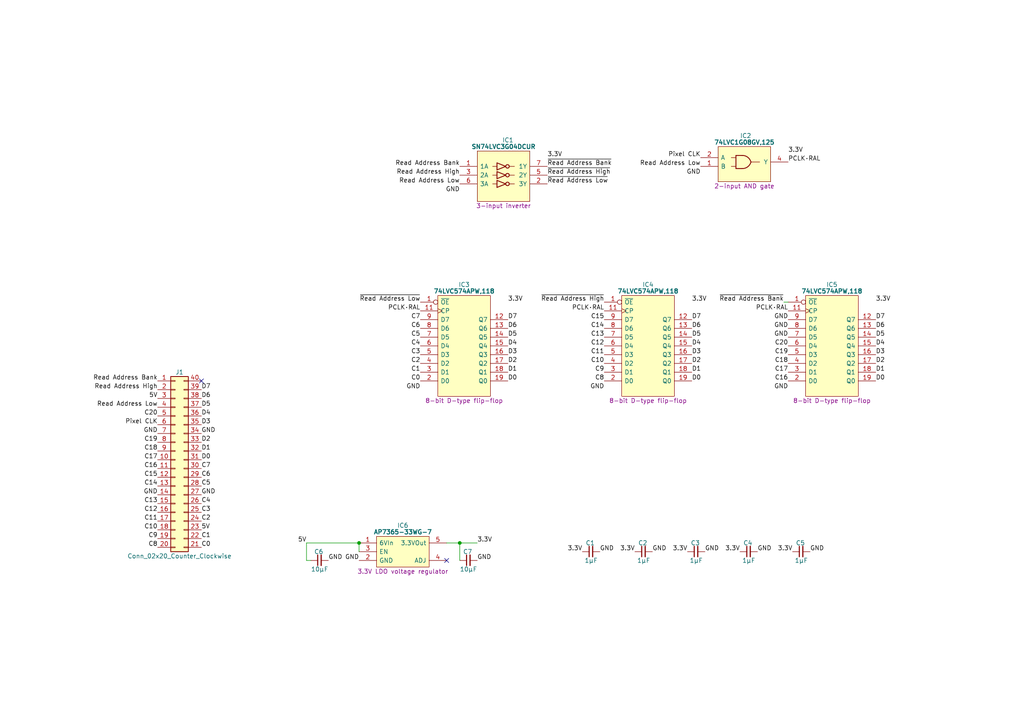
<source format=kicad_sch>
(kicad_sch (version 20231120) (generator "eeschema") (generator_version "8.0")
  (paper "A4")
  (title_block (title "Video Address Reader") (date "2024-01-25") (rev "V0"))
  (lib_symbols
    (symbol "Connector_Generic:Conn_02x20_Counter_Clockwise" (pin_names (offset 1.016) hide)
      (property "Reference" "J" (at 1.27 25.4 0))
      (property "Value" "Conn_02x20_Counter_Clockwise" (at 1.27 -27.94 0))
      (symbol "Conn_02x20_Counter_Clockwise_1_1"
        (rectangle (start -1.27 -25.273) (end 0 -25.527) (stroke (width 0.1524)))
        (rectangle (start -1.27 -22.733) (end 0 -22.987) (stroke (width 0.1524)))
        (rectangle (start -1.27 -20.193) (end 0 -20.447) (stroke (width 0.1524)))
        (rectangle (start -1.27 -17.653) (end 0 -17.907) (stroke (width 0.1524)))
        (rectangle (start -1.27 -15.113) (end 0 -15.367) (stroke (width 0.1524)))
        (rectangle (start -1.27 -12.573) (end 0 -12.827) (stroke (width 0.1524)))
        (rectangle (start -1.27 -10.033) (end 0 -10.287) (stroke (width 0.1524)))
        (rectangle (start -1.27 -7.493) (end 0 -7.747) (stroke (width 0.1524)))
        (rectangle (start -1.27 -4.953) (end 0 -5.207) (stroke (width 0.1524)))
        (rectangle (start -1.27 -2.413) (end 0 -2.667) (stroke (width 0.1524)))
        (rectangle (start -1.27 0.127) (end 0 -0.127) (stroke (width 0.1524)))
        (rectangle (start -1.27 2.667) (end 0 2.413) (stroke (width 0.1524)))
        (rectangle (start -1.27 5.207) (end 0 4.953) (stroke (width 0.1524)))
        (rectangle (start -1.27 7.747) (end 0 7.493) (stroke (width 0.1524)))
        (rectangle (start -1.27 10.287) (end 0 10.033) (stroke (width 0.1524)))
        (rectangle (start -1.27 12.827) (end 0 12.573) (stroke (width 0.1524)))
        (rectangle (start -1.27 15.367) (end 0 15.113) (stroke (width 0.1524)))
        (rectangle (start -1.27 17.907) (end 0 17.653) (stroke (width 0.1524)))
        (rectangle (start -1.27 20.447) (end 0 20.193) (stroke (width 0.1524)))
        (rectangle (start -1.27 22.987) (end 0 22.733) (stroke (width 0.1524)))
        (rectangle (start -1.27 24.13) (end 3.81 -26.67) (stroke (width 0.254)) (fill (type background)))
        (rectangle (start 3.81 -25.273) (end 2.54 -25.527) (stroke (width 0.1524)))
        (rectangle (start 3.81 -22.733) (end 2.54 -22.987) (stroke (width 0.1524)))
        (rectangle (start 3.81 -20.193) (end 2.54 -20.447) (stroke (width 0.1524)))
        (rectangle (start 3.81 -17.653) (end 2.54 -17.907) (stroke (width 0.1524)))
        (rectangle (start 3.81 -15.113) (end 2.54 -15.367) (stroke (width 0.1524)))
        (rectangle (start 3.81 -12.573) (end 2.54 -12.827) (stroke (width 0.1524)))
        (rectangle (start 3.81 -10.033) (end 2.54 -10.287) (stroke (width 0.1524)))
        (rectangle (start 3.81 -7.493) (end 2.54 -7.747) (stroke (width 0.1524)))
        (rectangle (start 3.81 -4.953) (end 2.54 -5.207) (stroke (width 0.1524)))
        (rectangle (start 3.81 -2.413) (end 2.54 -2.667) (stroke (width 0.1524)))
        (rectangle (start 3.81 0.127) (end 2.54 -0.127) (stroke (width 0.1524)))
        (rectangle (start 3.81 2.667) (end 2.54 2.413) (stroke (width 0.1524)))
        (rectangle (start 3.81 5.207) (end 2.54 4.953) (stroke (width 0.1524)))
        (rectangle (start 3.81 7.747) (end 2.54 7.493) (stroke (width 0.1524)))
        (rectangle (start 3.81 10.287) (end 2.54 10.033) (stroke (width 0.1524)))
        (rectangle (start 3.81 12.827) (end 2.54 12.573) (stroke (width 0.1524)))
        (rectangle (start 3.81 15.367) (end 2.54 15.113) (stroke (width 0.1524)))
        (rectangle (start 3.81 17.907) (end 2.54 17.653) (stroke (width 0.1524)))
        (rectangle (start 3.81 20.447) (end 2.54 20.193) (stroke (width 0.1524)))
        (rectangle (start 3.81 22.987) (end 2.54 22.733) (stroke (width 0.1524)))
        (pin passive line (at -5.08 22.86 0) (length 3.81) (name "Pin_1") (number "1"))
        (pin passive line (at -5.08 0 0) (length 3.81) (name "Pin_10") (number "10"))
        (pin passive line (at -5.08 -2.54 0) (length 3.81) (name "Pin_11") (number "11"))
        (pin passive line (at -5.08 -5.08 0) (length 3.81) (name "Pin_12") (number "12"))
        (pin passive line (at -5.08 -7.62 0) (length 3.81) (name "Pin_13") (number "13"))
        (pin passive line (at -5.08 -10.16 0) (length 3.81) (name "Pin_14") (number "14"))
        (pin passive line (at -5.08 -12.7 0) (length 3.81) (name "Pin_15") (number "15"))
        (pin passive line (at -5.08 -15.24 0) (length 3.81) (name "Pin_16") (number "16"))
        (pin passive line (at -5.08 -17.78 0) (length 3.81) (name "Pin_17") (number "17"))
        (pin passive line (at -5.08 -20.32 0) (length 3.81) (name "Pin_18") (number "18"))
        (pin passive line (at -5.08 -22.86 0) (length 3.81) (name "Pin_19") (number "19"))
        (pin passive line (at -5.08 20.32 0) (length 3.81) (name "Pin_2") (number "2"))
        (pin passive line (at -5.08 -25.4 0) (length 3.81) (name "Pin_20") (number "20"))
        (pin passive line (at 7.62 -25.4 180) (length 3.81) (name "Pin_21") (number "21"))
        (pin passive line (at 7.62 -22.86 180) (length 3.81) (name "Pin_22") (number "22"))
        (pin passive line (at 7.62 -20.32 180) (length 3.81) (name "Pin_23") (number "23"))
        (pin passive line (at 7.62 -17.78 180) (length 3.81) (name "Pin_24") (number "24"))
        (pin passive line (at 7.62 -15.24 180) (length 3.81) (name "Pin_25") (number "25"))
        (pin passive line (at 7.62 -12.7 180) (length 3.81) (name "Pin_26") (number "26"))
        (pin passive line (at 7.62 -10.16 180) (length 3.81) (name "Pin_27") (number "27"))
        (pin passive line (at 7.62 -7.62 180) (length 3.81) (name "Pin_28") (number "28"))
        (pin passive line (at 7.62 -5.08 180) (length 3.81) (name "Pin_29") (number "29"))
        (pin passive line (at -5.08 17.78 0) (length 3.81) (name "Pin_3") (number "3"))
        (pin passive line (at 7.62 -2.54 180) (length 3.81) (name "Pin_30") (number "30"))
        (pin passive line (at 7.62 0 180) (length 3.81) (name "Pin_31") (number "31"))
        (pin passive line (at 7.62 2.54 180) (length 3.81) (name "Pin_32") (number "32"))
        (pin passive line (at 7.62 5.08 180) (length 3.81) (name "Pin_33") (number "33"))
        (pin passive line (at 7.62 7.62 180) (length 3.81) (name "Pin_34") (number "34"))
        (pin passive line (at 7.62 10.16 180) (length 3.81) (name "Pin_35") (number "35"))
        (pin passive line (at 7.62 12.7 180) (length 3.81) (name "Pin_36") (number "36"))
        (pin passive line (at 7.62 15.24 180) (length 3.81) (name "Pin_37") (number "37"))
        (pin passive line (at 7.62 17.78 180) (length 3.81) (name "Pin_38") (number "38"))
        (pin passive line (at 7.62 20.32 180) (length 3.81) (name "Pin_39") (number "39"))
        (pin passive line (at -5.08 15.24 0) (length 3.81) (name "Pin_4") (number "4"))
        (pin passive line (at 7.62 22.86 180) (length 3.81) (name "Pin_40") (number "40"))
        (pin passive line (at -5.08 12.7 0) (length 3.81) (name "Pin_5") (number "5"))
        (pin passive line (at -5.08 10.16 0) (length 3.81) (name "Pin_6") (number "6"))
        (pin passive line (at -5.08 7.62 0) (length 3.81) (name "Pin_7") (number "7"))
        (pin passive line (at -5.08 5.08 0) (length 3.81) (name "Pin_8") (number "8"))
        (pin passive line (at -5.08 2.54 0) (length 3.81) (name "Pin_9") (number "9"))
      )
    )
    (symbol "Diodes_Inc:AP7365-33WG-7" (pin_names (offset 0.762))
      (property "Reference" "IC" (at 12.7 5.08 0))
      (property "Value" "AP7365-33WG-7" (at 12.7 3.175 0))
      (property "Description" "3.3V LDO voltage regulator" (at 12.7 -8.255 0))
      (symbol "AP7365-33WG-7_0_0"
        (pin passive line (at 0 -5.08 0) (length 5.08) (name "GND") (number "2"))
        (pin input line (at 0 -2.54 0) (length 5.08) (name "EN") (number "3"))
        (pin passive line (at 25.4 -5.08 180) (length 5.08) (name "ADJ") (number "4"))
      )
      (symbol "AP7365-33WG-7_0_1"
        (polyline (pts (xy 5.08 1.905) (xy 20.32 1.905) (xy 20.32 -6.985) (xy 5.08 -6.985) (xy 5.08 1.905)) (fill (type background)))
      )
      (symbol "AP7365-33WG-7_1_0"
        (pin passive line (at 0 0 0) (length 5.08) (name "6VIn") (number "1"))
        (pin passive line (at 25.4 0 180) (length 5.08) (name "3.3VOut") (number "5"))
      )
    )
    (symbol "HCP65:C_0805" (pin_numbers hide) (pin_names (offset 0.254) hide)
      (property "Reference" "C" (at 2.286 2.54 0))
      (property "Value" "?μF" (at 2.54 -2.54 0))
      (symbol "C_0805_0_1"
        (polyline (pts (xy 1.9685 -1.4605) (xy 1.9685 1.5875)) (stroke (width 0.3048)))
        (polyline (pts (xy 2.9845 -1.4605) (xy 2.9845 1.5875)) (stroke (width 0.3302)))
      )
      (symbol "C_0805_1_1"
        (pin passive line (at 0 0 0) (length 2.032) (name "~") (number "1"))
        (pin passive line (at 5.08 0 180) (length 2.032) (name "~") (number "2"))
      )
    )
    (symbol "Nexperia:74LVC1G08GV,125" (pin_names (offset 0.762))
      (property "Reference" "IC" (at 11.43 6.35 0))
      (property "Value" "74LVC1G08GV,125" (at 12.7 4.445 0))
      (property "Description" "2-input AND gate" (at 12.7 -8.255 0))
      (symbol "74LVC1G08GV,125_0_0"
        (pin input line (at 0 -2.54 0) (length 5.08) (name "B") (number "1"))
        (pin input line (at 0 0 0) (length 5.08) (name "A") (number "2"))
        (pin passive line (at 0 -5.08 0) (length 5.08) hide (name "GND") (number "3"))
        (pin output line (at 25.4 -1.27 180) (length 5.08) (name "Y") (number "4"))
        (pin passive line (at 25.4 1.27 180) (length 5.08) hide (name "3V") (number "5"))
      )
      (symbol "74LVC1G08GV,125_0_1"
        (polyline (pts (xy 8.89 -2.54) (xy 10.1599 -2.54)))
        (polyline (pts (xy 8.89 0) (xy 10.1599 0)))
        (polyline (pts (xy 10.248 0.635) (xy 10.248 -3.175)) (stroke (width 0.254)) (fill (type background)))
        (polyline (pts (xy 12.065 -3.175) (xy 10.248 -3.175)) (stroke (width 0.254)) (fill (type background)))
        (polyline (pts (xy 12.065 0.635) (xy 10.248 0.635)) (stroke (width 0.254)) (fill (type background)))
        (polyline (pts (xy 14.605 -1.27) (xy 17.145 -1.27)))
        (polyline (pts (xy 5.08 3.175) (xy 20.32 3.175) (xy 20.32 -6.985) (xy 5.08 -6.985) (xy 5.08 3.175)) (stroke (width 0.1524)) (fill (type background)))
        (arc (start 12.065 -3.175) (mid 13.6634 -2.6604) (end 14.605 -1.27) (stroke (width 0.254)))
        (arc (start 14.605 -1.27) (mid 13.6644 0.1222) (end 12.065 0.635) (stroke (width 0.254)))
      )
    )
    (symbol "Nexperia:74LVC574APW,118" (pin_names (offset 0.762))
      (property "Reference" "IC" (at 12.7 5.08 0))
      (property "Value" "74LVC574APW,118" (at 12.7 3.175 0))
      (property "Description" "8-bit D-type flip-flop" (at 12.7 -28.575 0))
      (symbol "74LVC574APW,118_0_0"
        (pin input inverted (at 0 0 0) (length 5.08) (name "~{OE}") (number "1"))
        (pin passive line (at 0 -25.4 0) (length 5.08) hide (name "GND") (number "10"))
        (pin input clock (at 0 -2.54 0) (length 5.08) (name "CP") (number "11"))
        (pin tri_state line (at 25.4 -7.62 180) (length 5.08) (name "Q6") (number "13"))
        (pin tri_state line (at 25.4 -10.16 180) (length 5.08) (name "Q5") (number "14"))
        (pin tri_state line (at 25.4 -12.7 180) (length 5.08) (name "Q4") (number "15"))
        (pin tri_state line (at 25.4 -15.24 180) (length 5.08) (name "Q3") (number "16"))
        (pin tri_state line (at 25.4 -17.78 180) (length 5.08) (name "Q2") (number "17"))
        (pin tri_state line (at 25.4 -20.32 180) (length 5.08) (name "Q1") (number "18"))
        (pin tri_state line (at 25.4 -22.86 180) (length 5.08) (name "Q0") (number "19"))
        (pin input line (at 0 -22.86 0) (length 5.08) (name "D0") (number "2"))
        (pin passive line (at 25.4 0 180) (length 5.08) hide (name "3V") (number "20"))
        (pin input line (at 0 -20.32 0) (length 5.08) (name "D1") (number "3"))
        (pin input line (at 0 -17.78 0) (length 5.08) (name "D2") (number "4"))
        (pin input line (at 0 -15.24 0) (length 5.08) (name "D3") (number "5"))
        (pin input line (at 0 -12.7 0) (length 5.08) (name "D4") (number "6"))
        (pin input line (at 0 -10.16 0) (length 5.08) (name "D5") (number "7"))
        (pin input line (at 0 -7.62 0) (length 5.08) (name "D6") (number "8"))
        (pin input line (at 0 -5.08 0) (length 5.08) (name "D7") (number "9"))
      )
      (symbol "74LVC574APW,118_0_1"
        (polyline (pts (xy 5.08 1.905) (xy 20.32 1.905) (xy 20.32 -27.305) (xy 5.08 -27.305) (xy 5.08 1.905)) (stroke (width 0.1524)) (fill (type background)))
      )
      (symbol "74LVC574APW,118_1_0"
        (pin tri_state line (at 25.4 -5.08 180) (length 5.08) (name "Q7") (number "12"))
      )
    )
    (symbol "Texas_Instruments:SN74LVC3G04DCUR" (pin_names (offset 0.762))
      (property "Reference" "IC" (at 13.97 7.62 0))
      (property "Value" "SN74LVC3G04DCUR" (at 12.7 5.715 0))
      (property "Description" "3-input inverter" (at 12.7 -11.43 0))
      (symbol "SN74LVC3G04DCUR_0_0"
        (pin input line (at 0 0 0) (length 5.08) (name "1A") (number "1"))
        (pin output line (at 25.4 -5.08 180) (length 5.08) (name "3Y") (number "2"))
        (pin input line (at 0 -2.54 0) (length 5.08) (name "2A") (number "3"))
        (pin output line (at 25.4 -2.54 180) (length 5.08) (name "2Y") (number "5"))
        (pin input line (at 0 -5.08 0) (length 5.08) (name "3A") (number "6"))
      )
      (symbol "SN74LVC3G04DCUR_0_1"
        (polyline (pts (xy 9.525 -5.08) (xy 10.7949 -5.08)))
        (polyline (pts (xy 9.525 -2.54) (xy 10.7949 -2.54)))
        (polyline (pts (xy 9.525 0) (xy 10.7949 0)))
        (polyline (pts (xy 14.351 -5.08) (xy 15.875 -5.08)))
        (polyline (pts (xy 14.351 -2.54) (xy 15.875 -2.54)))
        (polyline (pts (xy 14.351 0) (xy 15.875 0)))
        (polyline (pts (xy 10.795 -6.096) (xy 13.335 -5.08) (xy 10.795 -4.064)) (stroke (width 0.254)))
        (polyline (pts (xy 10.795 -3.556) (xy 13.335 -2.54) (xy 10.795 -1.524)) (stroke (width 0.254)))
        (polyline (pts (xy 10.795 -1.016) (xy 13.335 0) (xy 10.795 1.016)) (stroke (width 0.254)))
        (polyline (pts (xy 5.08 4.445) (xy 20.32 4.445) (xy 20.32 -10.16) (xy 5.08 -10.16) (xy 5.08 4.445)) (stroke (width 0.1524)) (fill (type background)))
        (rectangle (start 10.795 -4.064) (end 10.795 -6.096) (stroke (width 0.254)) (fill (type background)))
        (rectangle (start 10.795 -1.524) (end 10.795 -3.556) (stroke (width 0.254)) (fill (type background)))
        (rectangle (start 10.795 1.016) (end 10.795 -1.016) (stroke (width 0.254)) (fill (type background)))
        (circle (center 13.843 -5.08) (radius 0.508) (stroke (width 0.254)))
        (circle (center 13.843 -2.54) (radius 0.508) (stroke (width 0.254)))
        (circle (center 13.843 0) (radius 0.508) (stroke (width 0.254)))
      )
      (symbol "SN74LVC3G04DCUR_1_0"
        (pin passive line (at 0 -7.62 0) (length 5.08) hide (name "GND") (number "4"))
        (pin output line (at 25.4 0 180) (length 5.08) (name "1Y") (number "7"))
        (pin passive line (at 25.4 2.54 180) (length 5.08) hide (name "3V") (number "8"))
      )
    )
  )
  (junction (at 104.14 157.48))
  (junction (at 133.35 157.48))
  (no_connect (at 129.54 162.56))
  (no_connect (at 58.42 110.49))
  (wire (pts (xy 133.35 162.56) (xy 133.35 157.48)))
  (wire (pts (xy 88.9 157.48) (xy 104.14 157.48)))
  (wire (pts (xy 104.14 157.48) (xy 104.14 160.02)))
  (wire (pts (xy 227.33 87.63) (xy 228.6 87.63)))
  (wire (pts (xy 129.54 157.48) (xy 133.35 157.48)))
  (wire (pts (xy 88.9 157.48) (xy 88.9 162.56)))
  (wire (pts (xy 88.9 162.56) (xy 90.17 162.56)))
  (wire (pts (xy 133.35 157.48) (xy 138.43 157.48)))
  (label "GND" (at 228.6 113.03 180))
  (label "Read Address Low" (at 45.72 118.11 180))
  (label "C2" (at 121.92 105.41 180))
  (label "3.3V" (at 214.63 160.02 180))
  (label "C18" (at 228.6 105.41 180))
  (label "C10" (at 175.26 105.41 180))
  (label "GND" (at 133.35 55.88 180))
  (label "D2" (at 147.32 105.41 0))
  (label "Read Address Bank" (at 45.72 110.49 180))
  (label "D5" (at 254 97.79 0))
  (label "C15" (at 45.72 138.43 180))
  (label "C18" (at 45.72 130.81 180))
  (label "D5" (at 147.32 97.79 0))
  (label "PCLK·RAL" (at 228.6 90.17 180))
  (label "D6" (at 200.66 95.25 0))
  (label "C1" (at 58.42 156.21 0))
  (label "D2" (at 254 105.41 0))
  (label "3.3V" (at 229.87 160.02 180))
  (label "C16" (at 45.72 135.89 180))
  (label "C20" (at 228.6 100.33 180))
  (label "D2" (at 200.66 105.41 0))
  (label "GND" (at 138.43 162.56 0))
  (label "C2" (at 58.42 151.13 0))
  (label "D7" (at 58.42 113.03 0))
  (label "GND" (at 175.26 113.03 180))
  (label "D7" (at 254 92.71 0))
  (label "C15" (at 175.26 92.71 180))
  (label "~{Read Address Low}" (at 158.75 53.34 0))
  (label "D3" (at 147.32 102.87 0))
  (label "D4" (at 254 100.33 0))
  (label "C9" (at 45.72 156.21 180))
  (label "Pixel CLK" (at 203.2 45.72 180))
  (label "C3" (at 121.92 102.87 180))
  (label "C5" (at 121.92 97.79 180))
  (label "C10" (at 45.72 153.67 180))
  (label "3.3V" (at 168.91 160.02 180))
  (label "Read Address High" (at 133.35 50.8 180))
  (label "C7" (at 58.42 135.89 0))
  (label "GND" (at 95.25 162.56 0))
  (label "5V" (at 88.9 157.48 180))
  (label "D4" (at 200.66 100.33 0))
  (label "GND" (at 204.47 160.02 0))
  (label "PCLK·RAL" (at 175.26 90.17 180))
  (label "D0" (at 147.32 110.49 0))
  (label "D6" (at 254 95.25 0))
  (label "GND" (at 219.71 160.02 0))
  (label "~{Read Address High}" (at 158.75 50.8 0))
  (label "C8" (at 175.26 110.49 180))
  (label "C16" (at 228.6 110.49 180))
  (label "GND" (at 104.14 162.56 180))
  (label "C11" (at 45.72 151.13 180))
  (label "D1" (at 200.66 107.95 0))
  (label "C13" (at 45.72 146.05 180))
  (label "C5" (at 58.42 140.97 0))
  (label "C14" (at 175.26 95.25 180))
  (label "C20" (at 45.72 120.65 180))
  (label "GND" (at 58.42 143.51 0))
  (label "C9" (at 175.26 107.95 180))
  (label "GND" (at 203.2 50.8 180))
  (label "5V" (at 45.72 115.57 180))
  (label "D6" (at 147.32 95.25 0))
  (label "C13" (at 175.26 97.79 180))
  (label "Read Address High" (at 45.72 113.03 180))
  (label "C19" (at 228.6 102.87 180))
  (label "D7" (at 200.66 92.71 0))
  (label "GND" (at 58.42 125.73 0))
  (label "C4" (at 58.42 146.05 0))
  (label "3.3V" (at 184.15 160.02 180))
  (label "D4" (at 58.42 120.65 0))
  (label "D1" (at 254 107.95 0))
  (label "D3" (at 200.66 102.87 0))
  (label "GND" (at 173.99 160.02 0))
  (label "D2" (at 58.42 128.27 0))
  (label "C14" (at 45.72 140.97 180))
  (label "D4" (at 147.32 100.33 0))
  (label "C4" (at 121.92 100.33 180))
  (label "D0" (at 200.66 110.49 0))
  (label "3.3V" (at 147.32 87.63 0))
  (label "D3" (at 58.42 123.19 0))
  (label "PCLK·RAL" (at 228.6 46.99 0))
  (label "GND" (at 228.6 92.71 180))
  (label "~{Read Address Bank}" (at 227.33 87.63 180))
  (label "D7" (at 147.32 92.71 0))
  (label "PCLK·RAL" (at 121.92 90.17 180))
  (label "C17" (at 228.6 107.95 180))
  (label "C8" (at 45.72 158.75 180))
  (label "3.3V" (at 254 87.63 0))
  (label "GND" (at 121.92 113.03 180))
  (label "3.3V" (at 158.75 45.72 0))
  (label "GND" (at 45.72 143.51 180))
  (label "D1" (at 147.32 107.95 0))
  (label "C3" (at 58.42 148.59 0))
  (label "C0" (at 121.92 110.49 180))
  (label "3.3V" (at 228.6 44.45 0))
  (label "3.3V" (at 138.43 157.48 0))
  (label "Read Address Bank" (at 133.35 48.26 180))
  (label "C0" (at 58.42 158.75 0))
  (label "GND" (at 45.72 125.73 180))
  (label "D5" (at 200.66 97.79 0))
  (label "5V" (at 58.42 153.67 0))
  (label "C11" (at 175.26 102.87 180))
  (label "C1" (at 121.92 107.95 180))
  (label "C17" (at 45.72 133.35 180))
  (label "C6" (at 121.92 95.25 180))
  (label "GND" (at 228.6 97.79 180))
  (label "C7" (at 121.92 92.71 180))
  (label "~{Read Address Bank}" (at 158.75 48.26 0))
  (label "Read Address Low" (at 133.35 53.34 180))
  (label "C12" (at 45.72 148.59 180))
  (label "Read Address Low" (at 203.2 48.26 180))
  (label "D5" (at 58.42 118.11 0))
  (label "Pixel CLK" (at 45.72 123.19 180))
  (label "D1" (at 58.42 130.81 0))
  (label "GND" (at 189.23 160.02 0))
  (label "D6" (at 58.42 115.57 0))
  (label "GND" (at 234.95 160.02 0))
  (label "GND" (at 228.6 95.25 180))
  (label "D0" (at 254 110.49 0))
  (label "C6" (at 58.42 138.43 0))
  (label "D3" (at 254 102.87 0))
  (label "C12" (at 175.26 100.33 180))
  (label "~{Read Address High}" (at 175.26 87.63 180))
  (label "D0" (at 58.42 133.35 0))
  (label "3.3V" (at 199.39 160.02 180))
  (label "3.3V" (at 200.66 87.63 0))
  (label "C19" (at 45.72 128.27 180))
  (label "~{Read Address Low}" (at 121.92 87.63 180))
  (symbol (lib_id "HCP65:C_0805") (at 199.39 160.02 0) (unit 1)
    (property "Reference" "C3" (at 201.676 157.48 0))
    (property "Value" "1μF" (at 201.93 162.56 0))
    (property "Footprint" "SamacSys_Parts:C_0805" (effects (hide yes)))
  )
  (symbol (lib_id "Nexperia:74LVC574APW,118") (at 121.92 87.63 0) (unit 1)
    (property "Reference" "IC3" (at 134.62 82.55 0))
    (property "Value" "74LVC574APW,118" (at 134.62 84.455 0) (effects (font (bold yes))))
    (property "Footprint" "SamacSys_Parts:SOP65P640X110-20N" (effects (hide yes)))
    (property "Datasheet" "https://assets.nexperia.com/documents/data-sheet/74LVC574A.pdf" (effects (hide yes)))
    (property "Description" "8-bit D-type flip-flop" (at 134.62 116.205 0))
    (property "Height" "1.1" (effects (hide yes)))
    (property "Manufacturer_Name" "Nexperia" (effects (hide yes)))
    (property "Manufacturer_Part_Number" "74LVC574APW,118" (effects (hide yes)))
    (property "Mouser Part Number" "771-74LVC574APW-T" (effects (hide yes)))
    (property "Mouser Price/Stock" "https://www.mouser.co.uk/ProductDetail/Nexperia/74LVC574APW118?qs=me8TqzrmIYXFXrN3QSTUuw%3D%3D" (effects (hide yes)))
    (property "Silkscreen" "74LVC574" (effects (hide yes)))
    (property "Garbage" "74LVC574A - Octal D-type flip-flop with 5 V tolerant inputs/outputs; positive edge-trigger (3-state)@en-us" (effects (hide yes)))
  )
  (symbol (lib_id "Nexperia:74LVC574APW,118") (at 228.6 87.63 0) (unit 1)
    (property "Reference" "IC5" (at 241.3 82.55 0))
    (property "Value" "74LVC574APW,118" (at 241.3 84.455 0) (effects (font (bold yes))))
    (property "Footprint" "SamacSys_Parts:SOP65P640X110-20N" (effects (hide yes)))
    (property "Datasheet" "https://assets.nexperia.com/documents/data-sheet/74LVC574A.pdf" (effects (hide yes)))
    (property "Description" "8-bit D-type flip-flop" (at 241.3 116.205 0))
    (property "Height" "1.1" (effects (hide yes)))
    (property "Manufacturer_Name" "Nexperia" (effects (hide yes)))
    (property "Manufacturer_Part_Number" "74LVC574APW,118" (effects (hide yes)))
    (property "Mouser Part Number" "771-74LVC574APW-T" (effects (hide yes)))
    (property "Mouser Price/Stock" "https://www.mouser.co.uk/ProductDetail/Nexperia/74LVC574APW118?qs=me8TqzrmIYXFXrN3QSTUuw%3D%3D" (effects (hide yes)))
    (property "Silkscreen" "74LVC574" (effects (hide yes)))
    (property "Garbage" "74LVC574A - Octal D-type flip-flop with 5 V tolerant inputs/outputs; positive edge-trigger (3-state)@en-us" (effects (hide yes)))
  )
  (symbol (lib_id "HCP65:C_0805") (at 229.87 160.02 0) (unit 1)
    (property "Reference" "C5" (at 232.156 157.48 0))
    (property "Value" "1μF" (at 232.41 162.56 0))
    (property "Footprint" "SamacSys_Parts:C_0805" (effects (hide yes)))
  )
  (symbol (lib_id "Texas_Instruments:SN74LVC3G04DCUR") (at 133.35 48.26 0) (unit 1)
    (property "Reference" "IC1" (at 147.32 40.64 0))
    (property "Value" "SN74LVC3G04DCUR" (at 146.05 42.545 0) (effects (font (bold yes))))
    (property "Footprint" "SamacSys_Parts:SOP50P310X90-8N" (effects (hide yes)))
    (property "Datasheet" "http://www.ti.com/lit/gpn/sn74lvc3g04" (effects (hide yes)))
    (property "Description" "3-input inverter" (at 146.05 59.69 0))
    (property "Height" "0.9" (effects (hide yes)))
    (property "Manufacturer_Name" "Texas Instruments" (effects (hide yes)))
    (property "Manufacturer_Part_Number" "SN74LVC3G04DCUR" (effects (hide yes)))
    (property "Mouser Part Number" "595-SN74LVC3G04DCUR" (effects (hide yes)))
    (property "Mouser Price/Stock" "https://www.mouser.co.uk/ProductDetail/Texas-Instruments/SN74LVC3G04DCUR?qs=vxEfx8VrU7ChLh1GswJlmg%3D%3D" (effects (hide yes)))
    (property "Silkscreen" "74LVC3G04" (effects (hide yes)))
    (property "Garbage" "TRIPLE INVERTER GATE" (effects (hide yes)))
  )
  (symbol (lib_id "Nexperia:74LVC574APW,118") (at 175.26 87.63 0) (unit 1)
    (property "Reference" "IC4" (at 187.96 82.55 0))
    (property "Value" "74LVC574APW,118" (at 187.96 84.455 0) (effects (font (bold yes))))
    (property "Footprint" "SamacSys_Parts:SOP65P640X110-20N" (effects (hide yes)))
    (property "Datasheet" "https://assets.nexperia.com/documents/data-sheet/74LVC574A.pdf" (effects (hide yes)))
    (property "Description" "8-bit D-type flip-flop" (at 187.96 116.205 0))
    (property "Height" "1.1" (effects (hide yes)))
    (property "Manufacturer_Name" "Nexperia" (effects (hide yes)))
    (property "Manufacturer_Part_Number" "74LVC574APW,118" (effects (hide yes)))
    (property "Mouser Part Number" "771-74LVC574APW-T" (effects (hide yes)))
    (property "Mouser Price/Stock" "https://www.mouser.co.uk/ProductDetail/Nexperia/74LVC574APW118?qs=me8TqzrmIYXFXrN3QSTUuw%3D%3D" (effects (hide yes)))
    (property "Silkscreen" "74LVC574" (effects (hide yes)))
    (property "Garbage" "74LVC574A - Octal D-type flip-flop with 5 V tolerant inputs/outputs; positive edge-trigger (3-state)@en-us" (effects (hide yes)))
  )
  (symbol (lib_id "HCP65:C_0805") (at 168.91 160.02 0) (unit 1)
    (property "Reference" "C1" (at 171.196 157.48 0))
    (property "Value" "1μF" (at 171.45 162.56 0))
    (property "Footprint" "SamacSys_Parts:C_0805" (effects (hide yes)))
  )
  (symbol (lib_id "HCP65:C_0805") (at 90.17 162.56 0) (unit 1)
    (property "Reference" "C6" (at 92.456 160.02 0))
    (property "Value" "10µF" (at 90.17 165.1 0) (effects (justify left)))
    (property "Footprint" "SamacSys_Parts:C_0805" (effects (hide yes)))
  )
  (symbol (lib_id "Nexperia:74LVC1G08GV,125") (at 203.2 45.72 0) (unit 1)
    (property "Reference" "IC2" (at 214.63 39.37 0) (effects (justify left)))
    (property "Value" "74LVC1G08GV,125" (at 215.9 41.275 0) (effects (font (bold yes))))
    (property "Footprint" "SamacSys_Parts:SOT95P275X110-5N" (effects (hide yes)))
    (property "Datasheet" "https://assets.nexperia.com/documents/data-sheet/74LVC1G08.pdf" (effects (hide yes)))
    (property "Description" "2-input AND gate" (at 215.9 53.975 0))
    (property "Height" "1.1" (effects (hide yes)))
    (property "Manufacturer_Name" "Nexperia" (effects (hide yes)))
    (property "Manufacturer_Part_Number" "74LVC1G08GV,125" (effects (hide yes)))
    (property "Mouser Part Number" "771-74LVC1G08GV" (effects (hide yes)))
    (property "Mouser Price/Stock" "https://www.mouser.co.uk/ProductDetail/Nexperia/74LVC1G08GV125?qs=me8TqzrmIYXEnurJEPZc7A%3D%3D" (effects (hide yes)))
    (property "Arrow Part Number" "74LVC1G08GV,125" (effects (hide yes)))
    (property "Arrow Price/Stock" "https://www.arrow.com/en/products/74lvc1g08gv125/nexperia" (effects (hide yes)))
    (property "Silkscreen" "'1G08" (effects (hide yes)))
  )
  (symbol (lib_id "Diodes_Inc:AP7365-33WG-7") (at 104.14 157.48 0) (unit 1)
    (property "Reference" "IC6" (at 116.84 152.4 0))
    (property "Value" "AP7365-33WG-7" (at 116.84 154.305 0) (effects (font (bold yes))))
    (property "Footprint" "SamacSys_Parts:SOT95P285X130-5N" (effects (hide yes)))
    (property "Datasheet" "https://componentsearchengine.com/Datasheets/1/AP7365-33WG-7.pdf" (effects (hide yes)))
    (property "Description" "3.3V LDO voltage regulator" (at 116.84 165.735 0))
    (property "Height" "1.3" (effects (hide yes)))
    (property "Manufacturer_Name" "Diodes Inc." (effects (hide yes)))
    (property "Manufacturer_Part_Number" "AP7365-33WG-7" (effects (hide yes)))
    (property "Mouser Part Number" "621-AP7365-33WG-7" (effects (hide yes)))
    (property "Mouser Price/Stock" "https://www.mouser.co.uk/ProductDetail/Diodes-Incorporated/AP7365-33WG-7?qs=abZ1nkZpTuOZFvxvoFPL0w%3D%3D" (effects (hide yes)))
    (property "Arrow Part Number" "AP7365-33WG-7" (effects (hide yes)))
    (property "Arrow Price/Stock" "https://www.arrow.com/en/products/ap7365-33wg-7/diodes-incorporated?region=nac" (effects (hide yes)))
    (property "Silkscreen" "AP7365" (effects (hide yes)))
  )
  (symbol (lib_id "HCP65:C_0805") (at 133.35 162.56 0) (unit 1)
    (property "Reference" "C7" (at 135.636 160.02 0))
    (property "Value" "10µF" (at 133.35 165.1 0) (effects (justify left)))
    (property "Footprint" "SamacSys_Parts:C_0805" (effects (hide yes)))
  )
  (symbol (lib_id "Connector_Generic:Conn_02x20_Counter_Clockwise") (at 50.8 133.35 0) (unit 1)
    (property "Reference" "J1" (at 52.07 107.95 0))
    (property "Value" "Conn_02x20_Counter_Clockwise" (at 52.07 161.29 0))
    (property "Footprint" "SamacSys_Parts:DIP-40_Board_W15.24mm" (effects (hide yes)))
    (property "Description" "Generic connector, double row, 02x20, counter clockwise pin numbering scheme (similar to DIP package numbering), script generated (kicad-library-utils/schlib/autogen/connector/)" (effects (hide yes)))
  )
  (symbol (lib_id "HCP65:C_0805") (at 214.63 160.02 0) (unit 1)
    (property "Reference" "C4" (at 216.916 157.48 0))
    (property "Value" "1μF" (at 217.17 162.56 0))
    (property "Footprint" "SamacSys_Parts:C_0805" (effects (hide yes)))
  )
  (symbol (lib_id "HCP65:C_0805") (at 184.15 160.02 0) (unit 1)
    (property "Reference" "C2" (at 186.436 157.48 0))
    (property "Value" "1μF" (at 186.69 162.56 0))
    (property "Footprint" "SamacSys_Parts:C_0805" (effects (hide yes)))
  )
)
</source>
